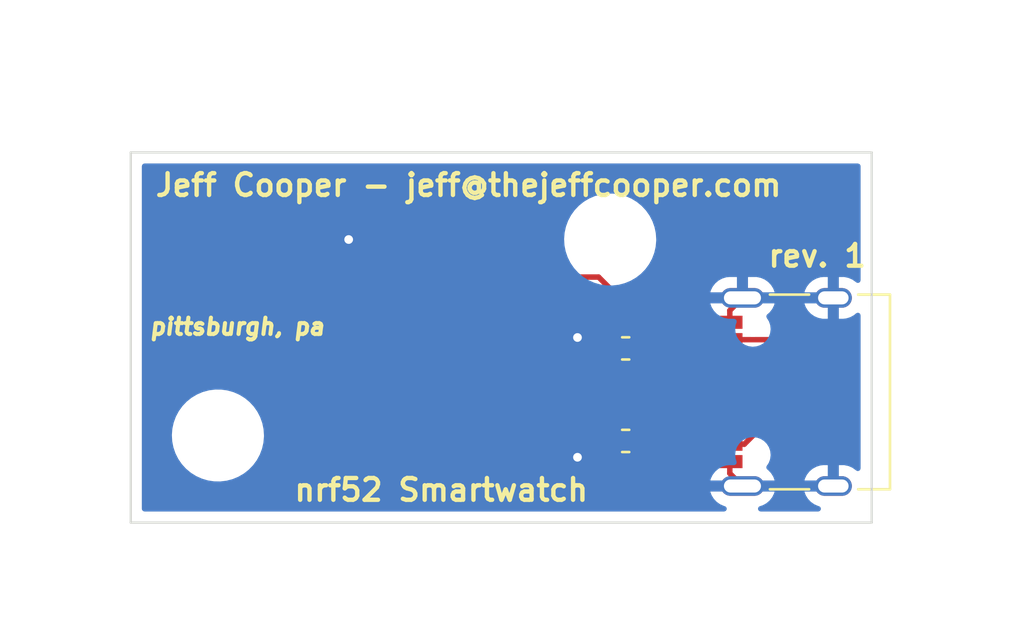
<source format=kicad_pcb>
(kicad_pcb (version 20210126) (generator pcbnew)
  (layers (0 "F.Cu" signal) (31 "B.Cu" signal) (34 "B.Paste" user) (35 "F.Paste" user) (36 "B.SilkS" user "B.Silkscreen") (37 "F.SilkS" user "F.Silkscreen") (38 "B.Mask" user) (39 "F.Mask" user) (44 "Edge.Cuts" user))
  (net 0 "")
  (net 1 "GND")
  (net 2 "VUSB")
  (net 3 "Net-(J1-PadB5)")
  (net 4 "USB_DP")
  (net 6 "Net-(J1-PadA5)")
  (net 8 "USB_DN")
  (footprint "dock:pins" (layer "F.Cu") (at 0 -2)
    (fp_text reference "J2" hide)
    (fp_text value "Conn_01x04" hide)
    (pad "1" smd circle (at -3 0) (size 1.7 1.7) (layers "F.Cu" "F.Paste" "F.Mask") (net 2 "VUSB"))
    (pad "2" smd circle (at -1 0) (size 1.7 1.7) (layers "F.Cu" "F.Paste" "F.Mask") (net 8 "USB_DN"))
    (pad "3" smd circle (at 1 0) (size 1.7 1.7) (layers "F.Cu" "F.Paste" "F.Mask") (net 4 "USB_DP"))
    (pad "4" smd circle (at 3 0) (size 1.7 1.7) (layers "F.Cu" "F.Paste" "F.Mask") (net 1 "GND"))
  )
  (footprint "MountingHole:MountingHole_3.2mm_M3" (layer "F.Cu") (at -3 7)
    (fp_text reference "REF**" hide)
    (fp_text value "MountingHole_3.2mm_M3" hide)
    (pad "1" np_thru_hole circle (at 0 0) (size 3.2 3.2) (drill 3.2) (layers *.Cu *.Mask))
  )
  (footprint "Connector_USB:USB_C_Receptacle_Palconn_UTC16-G" (layer "F.Cu") (at 23 5 90)
    (fp_text reference "J1" hide)
    (fp_text value "USB_C_Receptacle_USB2.0" hide)
    (fp_line (start -4.47 -0.67) (end -4.47 1.13) (layer "F.SilkS") (width 0.12))
    (fp_line (start 4.47 4.84) (end -4.47 4.84) (layer "F.SilkS") (width 0.12))
    (fp_line (start -4.47 4.84) (end -4.47 3.38) (layer "F.SilkS") (width 0.12))
    (fp_line (start 4.47 4.84) (end 4.47 3.38) (layer "F.SilkS") (width 0.12))
    (fp_line (start 4.47 -0.67) (end 4.47 1.13) (layer "F.SilkS") (width 0.12))
    (pad "" np_thru_hole circle (at -2.89 -1.45 270) (size 0.6 0.6) (drill 0.6) (layers *.Cu *.Mask))
    (pad "" np_thru_hole circle (at 2.89 -1.45 270) (size 0.6 0.6) (drill 0.6) (layers *.Cu *.Mask))
    (pad "A1" smd rect (at -3.2 -2.51 90) (size 0.6 1.16) (layers "F.Cu" "F.Paste" "F.Mask") (net 1 "GND"))
    (pad "A4" smd rect (at -2.4 -2.51 90) (size 0.6 1.16) (layers "F.Cu" "F.Paste" "F.Mask") (net 2 "VUSB"))
    (pad "A5" smd rect (at -1.25 -2.51 270) (size 0.3 1.16) (layers "F.Cu" "F.Paste" "F.Mask") (net 6 "Net-(J1-PadA5)"))
    (pad "A6" smd rect (at -0.25 -2.51 270) (size 0.3 1.16) (layers "F.Cu" "F.Paste" "F.Mask") (net 4 "USB_DP"))
    (pad "A7" smd rect (at 0.25 -2.51 270) (size 0.3 1.16) (layers "F.Cu" "F.Paste" "F.Mask") (net 8 "USB_DN"))
    (pad "A8" smd rect (at 1.25 -2.51 270) (size 0.3 1.16) (layers "F.Cu" "F.Paste" "F.Mask"))
    (pad "A9" smd rect (at 2.4 -2.51 90) (size 0.6 1.16) (layers "F.Cu" "F.Paste" "F.Mask") (net 2 "VUSB"))
    (pad "A12" smd rect (at 3.2 -2.51 90) (size 0.6 1.16) (layers "F.Cu" "F.Paste" "F.Mask") (net 1 "GND"))
    (pad "B1" smd rect (at 3.2 -2.51 90) (size 0.6 1.16) (layers "F.Cu" "F.Paste" "F.Mask") (net 1 "GND"))
    (pad "B4" smd rect (at 2.4 -2.51 90) (size 0.6 1.16) (layers "F.Cu" "F.Paste" "F.Mask") (net 2 "VUSB"))
    (pad "B5" smd rect (at 1.75 -2.51 270) (size 0.3 1.16) (layers "F.Cu" "F.Paste" "F.Mask") (net 3 "Net-(J1-PadB5)"))
    (pad "B6" smd rect (at 0.75 -2.51 270) (size 0.3 1.16) (layers "F.Cu" "F.Paste" "F.Mask") (net 4 "USB_DP"))
    (pad "B7" smd rect (at -0.75 -2.51 270) (size 0.3 1.16) (layers "F.Cu" "F.Paste" "F.Mask") (net 8 "USB_DN"))
    (pad "B8" smd rect (at -1.75 -2.51 270) (size 0.3 1.16) (layers "F.Cu" "F.Paste" "F.Mask"))
    (pad "B9" smd rect (at -2.4 -2.51 90) (size 0.6 1.16) (layers "F.Cu" "F.Paste" "F.Mask") (net 2 "VUSB"))
    (pad "B12" smd rect (at -3.2 -2.51 90) (size 0.6 1.16) (layers "F.Cu" "F.Paste" "F.Mask") (net 1 "GND"))
    (pad "S1" thru_hole oval (at 4.32 -1.93 180) (size 2 0.9) (drill oval 1.7 0.6) (layers *.Cu *.Mask) (net 1 "GND"))
    (pad "S1" thru_hole oval (at -4.32 2.24 180) (size 1.7 0.9) (drill oval 1.4 0.6) (layers *.Cu *.Mask) (net 1 "GND"))
    (pad "S1" thru_hole oval (at 4.32 2.24 180) (size 1.7 0.9) (drill oval 1.4 0.6) (layers *.Cu *.Mask) (net 1 "GND"))
    (pad "S1" thru_hole oval (at -4.32 -1.93 180) (size 2 0.9) (drill oval 1.7 0.6) (layers *.Cu *.Mask) (net 1 "GND"))
  )
  (footprint "Resistor_SMD:R_0603_1608Metric" (layer "F.Cu") (at 15.7125 3 180)
    (fp_text reference "R2" hide)
    (fp_text value "5.1K" hide)
    (fp_line (start -0.162779 -0.51) (end 0.162779 -0.51) (layer "F.SilkS") (width 0.12))
    (fp_line (start -0.162779 0.51) (end 0.162779 0.51) (layer "F.SilkS") (width 0.12))
    (pad "1" smd roundrect (at -0.7875 0 180) (size 0.875 0.95) (layers "F.Cu" "F.Paste" "F.Mask") (net 3 "Net-(J1-PadB5)"))
    (pad "2" smd roundrect (at 0.7875 0 180) (size 0.875 0.95) (layers "F.Cu" "F.Paste" "F.Mask") (net 1 "GND"))
  )
  (footprint "Resistor_SMD:R_0603_1608Metric" (layer "F.Cu") (at 15.7125 7.25 180)
    (fp_text reference "R1" hide)
    (fp_text value "5.1K" hide)
    (fp_line (start -0.162779 0.51) (end 0.162779 0.51) (layer "F.SilkS") (width 0.12))
    (fp_line (start -0.162779 -0.51) (end 0.162779 -0.51) (layer "F.SilkS") (width 0.12))
    (pad "1" smd roundrect (at -0.7875 0 180) (size 0.875 0.95) (layers "F.Cu" "F.Paste" "F.Mask") (net 6 "Net-(J1-PadA5)"))
    (pad "2" smd roundrect (at 0.7875 0 180) (size 0.875 0.95) (layers "F.Cu" "F.Paste" "F.Mask") (net 1 "GND"))
  )
  (footprint "MountingHole:MountingHole_3.2mm_M3" (layer "F.Cu") (at 15 -2)
    (fp_text reference "REF**" hide)
    (fp_text value "MountingHole_3.2mm_M3" hide)
    (pad "1" np_thru_hole circle (at 0 0) (size 3.2 3.2) (drill 3.2) (layers *.Cu *.Mask))
  )
  (gr_line (start 27 11) (end -7 11) (layer "Edge.Cuts") (width 0.1))
  (gr_line (start 27 -6) (end 27 11) (layer "Edge.Cuts") (width 0.1))
  (gr_line (start -7 -6) (end 27 -6) (layer "Edge.Cuts") (width 0.1))
  (gr_line (start -7 11) (end -7 -6) (layer "Edge.Cuts") (width 0.1))
  (gr_text "Jeff Cooper - jeff@thejeffcooper.com" (at 8.5 -4.5) (layer "F.SilkS") (effects (font (size 1 1) (thickness 0.2))))
  (gr_text "nrf52 Smartwatch" (at 7.25 9.5) (layer "F.SilkS") (effects (font (size 1 1) (thickness 0.2))))
  (gr_text "pittsburgh, pa" (at 2 2) (layer "F.SilkS") (effects (font (size 0.75 0.75) (thickness 0.1875) italic) (justify right)))
  (gr_text "rev. 1" (at 24.5 -1.25) (layer "F.SilkS") (effects (font (size 1 1) (thickness 0.2))))
  (segment (start 14.925 7.25) (end 14.25 7.25) (width 0.25) (layer "F.Cu") (net 1))
  (segment (start 14.925 3) (end 14 3) (width 0.25) (layer "F.Cu") (net 1))
  (segment (start 20.49 1.8) (end 20.49 1.26) (width 0.25) (layer "F.Cu") (net 1))
  (segment (start 14.25 7.25) (end 13.5 8) (width 0.25) (layer "F.Cu") (net 1))
  (segment (start 20.49 8.2) (end 20.49 8.74) (width 0.25) (layer "F.Cu") (net 1))
  (segment (start 14 3) (end 13.5 2.5) (width 0.25) (layer "F.Cu") (net 1))
  (segment (start 20.49 1.26) (end 21.07 0.68) (width 0.25) (layer "F.Cu") (net 1))
  (segment (start 20.49 8.74) (end 21.07 9.32) (width 0.25) (layer "F.Cu") (net 1))
  (via (at 13.5 2.5) (size 0.8) (drill 0.4) (layers "F.Cu" "B.Cu") (net 1))
  (via (at 13.5 8) (size 0.8) (drill 0.4) (layers "F.Cu" "B.Cu") (net 1))
  (via (at 3 -2) (size 0.8) (drill 0.4) (layers "F.Cu" "B.Cu") (net 1))
  (segment (start 3.75 -3.25) (end -1.75 -3.25) (width 0.25) (layer "F.Cu") (net 2))
  (segment (start 6.725021 -0.274979) (end 3.75 -3.25) (width 0.25) (layer "F.Cu") (net 2))
  (segment (start 22.6 2.6) (end 23 3) (width 0.25) (layer "F.Cu") (net 2))
  (segment (start 17.344008 2.6) (end 14.469029 -0.274979) (width 0.25) (layer "F.Cu") (net 2))
  (segment (start 14.469029 -0.274979) (end 6.725021 -0.274979) (width 0.25) (layer "F.Cu") (net 2))
  (segment (start -1.75 -3.25) (end -3 -2) (width 0.25) (layer "F.Cu") (net 2))
  (segment (start 20.49 2.6) (end 22.6 2.6) (width 0.25) (layer "F.Cu") (net 2))
  (segment (start 20.49 2.6) (end 17.344008 2.6) (width 0.25) (layer "F.Cu") (net 2))
  (segment (start 23 5.55502) (end 21.15502 7.4) (width 0.25) (layer "F.Cu") (net 2))
  (segment (start 21.15502 7.4) (end 20.49 7.4) (width 0.25) (layer "F.Cu") (net 2))
  (segment (start 23 3) (end 23 5.55502) (width 0.25) (layer "F.Cu") (net 2))
  (segment (start 16.5 3) (end 16.75 3.25) (width 0.25) (layer "F.Cu") (net 3))
  (segment (start 16.75 3.25) (end 20.49 3.25) (width 0.25) (layer "F.Cu") (net 3))
  (segment (start 20.49 4.25) (end 7.25 4.25) (width 0.2) (layer "F.Cu") (net 4))
  (segment (start 7.25 4.25) (end 1 -2) (width 0.2) (layer "F.Cu") (net 4))
  (segment (start 21.75 5) (end 21.5 5.25) (width 0.2) (layer "F.Cu") (net 4))
  (segment (start 20.49 5.25) (end 21.5 5.25) (width 0.2) (layer "F.Cu") (net 4))
  (segment (start 21.5 4.25) (end 21.75 4.5) (width 0.2) (layer "F.Cu") (net 4))
  (segment (start 21.75 4.5) (end 21.75 5) (width 0.2) (layer "F.Cu") (net 4))
  (segment (start 20.49 4.25) (end 21.5 4.25) (width 0.2) (layer "F.Cu") (net 4))
  (segment (start 17.5 6.25) (end 20.49 6.25) (width 0.25) (layer "F.Cu") (net 6))
  (segment (start 16.5 7.25) (end 17.5 6.25) (width 0.25) (layer "F.Cu") (net 6))
  (segment (start -1 -2) (end 5.75 4.75) (width 0.2) (layer "F.Cu") (net 8))
  (segment (start 5.75 4.75) (end 20.49 4.75) (width 0.2) (layer "F.Cu") (net 8))
  (segment (start 19 5.75) (end 18 4.75) (width 0.2) (layer "F.Cu") (net 8))
  (segment (start 20.49 5.75) (end 19 5.75) (width 0.2) (layer "F.Cu") (net 8))
  (zone (net 1) (net_name "GND") (layer "B.Cu") (connect_pads (clearance 0.508)) (min_thickness 0.254) (fill yes (thermal_gap 0.508) (thermal_bridge_width 0.508))
    (polygon (pts (xy 30 -12) (xy 34 16) (xy -13 14) (xy -8 -13) (xy -4 -13)))
  )
)
</source>
